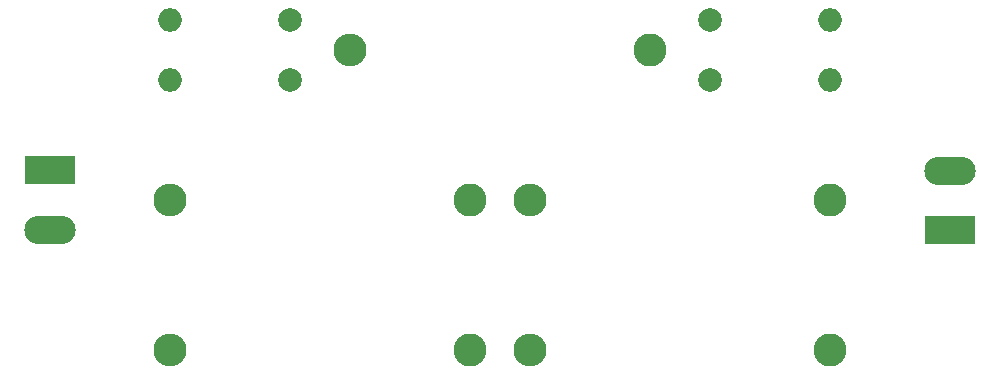
<source format=gbr>
G04 #@! TF.GenerationSoftware,KiCad,Pcbnew,(5.0.0)*
G04 #@! TF.CreationDate,2018-09-29T19:01:10+02:00*
G04 #@! TF.ProjectId,16db attenuator,3136646220617474656E7561746F722E,rev?*
G04 #@! TF.SameCoordinates,Original*
G04 #@! TF.FileFunction,Soldermask,Top*
G04 #@! TF.FilePolarity,Negative*
%FSLAX46Y46*%
G04 Gerber Fmt 4.6, Leading zero omitted, Abs format (unit mm)*
G04 Created by KiCad (PCBNEW (5.0.0)) date 09/29/18 19:01:10*
%MOMM*%
%LPD*%
G01*
G04 APERTURE LIST*
%ADD10R,4.360000X2.380000*%
%ADD11O,4.360000X2.380000*%
%ADD12O,2.800000X2.800000*%
%ADD13C,2.800000*%
%ADD14O,2.000000X2.000000*%
%ADD15C,2.000000*%
G04 APERTURE END LIST*
D10*
G04 #@! TO.C,J1*
X115570000Y-100330000D03*
D11*
X115570000Y-105330000D03*
G04 #@! TD*
G04 #@! TO.C,J2*
X191770000Y-100410000D03*
D10*
X191770000Y-105410000D03*
G04 #@! TD*
D12*
G04 #@! TO.C,R1*
X125730000Y-115570000D03*
D13*
X151130000Y-115570000D03*
G04 #@! TD*
G04 #@! TO.C,R2*
X181610000Y-115570000D03*
D12*
X156210000Y-115570000D03*
G04 #@! TD*
G04 #@! TO.C,R3*
X125730000Y-102870000D03*
D13*
X151130000Y-102870000D03*
G04 #@! TD*
G04 #@! TO.C,R4*
X181610000Y-102870000D03*
D12*
X156210000Y-102870000D03*
G04 #@! TD*
D14*
G04 #@! TO.C,R5*
X125730000Y-92710000D03*
D15*
X135890000Y-92710000D03*
G04 #@! TD*
G04 #@! TO.C,R6*
X135890000Y-87630000D03*
D14*
X125730000Y-87630000D03*
G04 #@! TD*
D12*
G04 #@! TO.C,R10*
X140970000Y-90170000D03*
D13*
X166370000Y-90170000D03*
G04 #@! TD*
D15*
G04 #@! TO.C,R11*
X171450000Y-92710000D03*
D14*
X181610000Y-92710000D03*
G04 #@! TD*
G04 #@! TO.C,R12*
X181610000Y-87630000D03*
D15*
X171450000Y-87630000D03*
G04 #@! TD*
M02*

</source>
